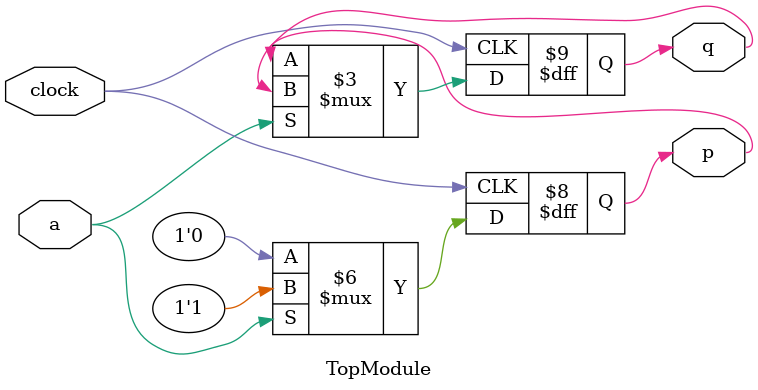
<source format=sv>

module TopModule (
  input clock,
  input a,
  output reg p,
  output reg q
);
always @(posedge clock) begin
    if (a) begin
        p <= 1;
        q <= p;
    end
    else begin
        p <= 0;
        q <= q;
    end
end

endmodule

</source>
